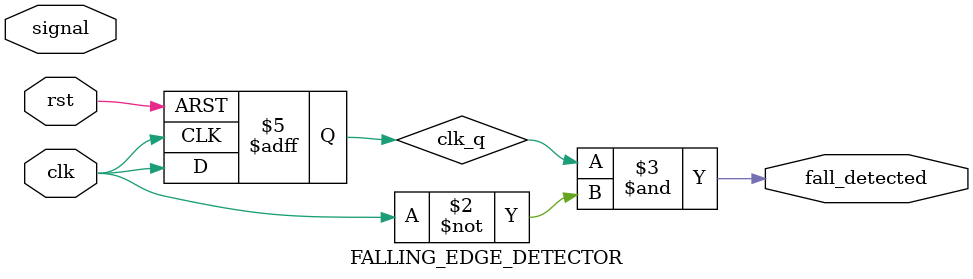
<source format=v>
module FALLING_EDGE_DETECTOR
(
    input  clk              ,
	input  rst              ,
    input  signal           ,

    output fall_detected
);

    reg clk_q = 0;
    always @(posedge clk or posedge rst)
    begin
        if (rst)
            clk_q <= 1'b1;
        else
            clk_q <= clk;
    end

    assign fall_detected = clk_q & ~clk;  // falling edge (1 -> 0)

endmodule

</source>
